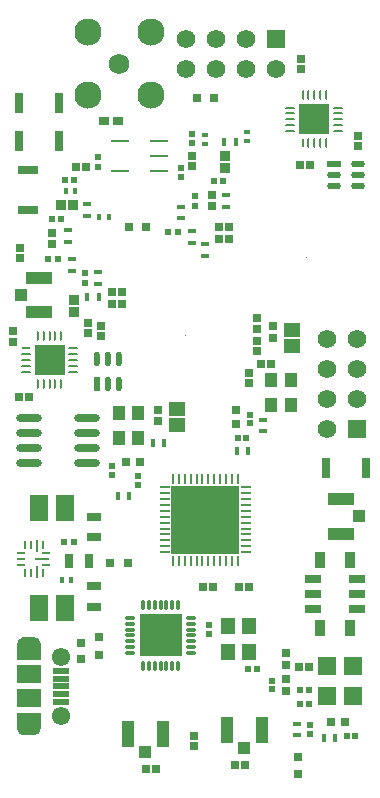
<source format=gts>
G04*
G04 #@! TF.GenerationSoftware,Altium Limited,Altium Designer,24.9.1 (31)*
G04*
G04 Layer_Color=8388736*
%FSLAX44Y44*%
%MOMM*%
G71*
G04*
G04 #@! TF.SameCoordinates,C615B3E7-4A0B-44CC-A6BC-150B9DE6E2D7*
G04*
G04*
G04 #@! TF.FilePolarity,Negative*
G04*
G01*
G75*
%ADD21R,0.8000X1.7000*%
%ADD23R,0.4000X0.5000*%
%ADD25R,0.5121X0.5811*%
%ADD28C,1.7300*%
%ADD29R,0.6725X0.7154*%
%ADD30R,0.8128X0.2540*%
%ADD31R,0.2540X0.8128*%
%ADD32R,1.7000X0.8000*%
%ADD34R,1.6000X1.5000*%
%ADD35R,2.6000X2.6000*%
G04:AMPARAMS|DCode=36|XSize=0.25mm|YSize=0.8mm|CornerRadius=0.125mm|HoleSize=0mm|Usage=FLASHONLY|Rotation=0.000|XOffset=0mm|YOffset=0mm|HoleType=Round|Shape=RoundedRectangle|*
%AMROUNDEDRECTD36*
21,1,0.2500,0.5500,0,0,0.0*
21,1,0.0000,0.8000,0,0,0.0*
1,1,0.2500,0.0000,-0.2750*
1,1,0.2500,0.0000,-0.2750*
1,1,0.2500,0.0000,0.2750*
1,1,0.2500,0.0000,0.2750*
%
%ADD36ROUNDEDRECTD36*%
G04:AMPARAMS|DCode=37|XSize=0.8mm|YSize=0.25mm|CornerRadius=0.125mm|HoleSize=0mm|Usage=FLASHONLY|Rotation=0.000|XOffset=0mm|YOffset=0mm|HoleType=Round|Shape=RoundedRectangle|*
%AMROUNDEDRECTD37*
21,1,0.8000,0.0000,0,0,0.0*
21,1,0.5500,0.2500,0,0,0.0*
1,1,0.2500,0.2750,0.0000*
1,1,0.2500,-0.2750,0.0000*
1,1,0.2500,-0.2750,0.0000*
1,1,0.2500,0.2750,0.0000*
%
%ADD37ROUNDEDRECTD37*%
%ADD38R,0.8000X0.2500*%
%ADD39R,0.6153X0.5725*%
%ADD40R,0.5393X0.4725*%
%ADD41R,0.4725X0.5393*%
%ADD42R,0.5200X0.5200*%
%ADD45R,0.5725X0.6153*%
%ADD47R,0.4100X0.6600*%
%ADD48R,0.5000X0.4000*%
%ADD49R,0.5200X0.5200*%
%ADD50R,1.4986X0.2032*%
%ADD51R,0.8000X0.8000*%
%ADD52R,1.1000X1.3000*%
%ADD54R,0.4500X0.6750*%
G04:AMPARAMS|DCode=55|XSize=1.2052mm|YSize=0.5298mm|CornerRadius=0.2649mm|HoleSize=0mm|Usage=FLASHONLY|Rotation=90.000|XOffset=0mm|YOffset=0mm|HoleType=Round|Shape=RoundedRectangle|*
%AMROUNDEDRECTD55*
21,1,1.2052,0.0000,0,0,90.0*
21,1,0.6754,0.5298,0,0,90.0*
1,1,0.5298,0.0000,0.3377*
1,1,0.5298,0.0000,-0.3377*
1,1,0.5298,0.0000,-0.3377*
1,1,0.5298,0.0000,0.3377*
%
%ADD55ROUNDEDRECTD55*%
%ADD56R,0.5298X1.2052*%
%ADD58R,1.3562X1.1544*%
%ADD61R,0.5811X0.5121*%
%ADD62R,0.6750X0.4500*%
%ADD63R,0.8000X0.8000*%
%ADD64R,0.6600X0.4100*%
G04:AMPARAMS|DCode=65|XSize=1.2052mm|YSize=0.5298mm|CornerRadius=0.2649mm|HoleSize=0mm|Usage=FLASHONLY|Rotation=0.000|XOffset=0mm|YOffset=0mm|HoleType=Round|Shape=RoundedRectangle|*
%AMROUNDEDRECTD65*
21,1,1.2052,0.0000,0,0,0.0*
21,1,0.6754,0.5298,0,0,0.0*
1,1,0.5298,0.3377,0.0000*
1,1,0.5298,-0.3377,0.0000*
1,1,0.5298,-0.3377,0.0000*
1,1,0.5298,0.3377,0.0000*
%
%ADD65ROUNDEDRECTD65*%
%ADD66R,1.2052X0.5298*%
%ADD67R,2.6000X2.6000*%
G04:AMPARAMS|DCode=68|XSize=0.25mm|YSize=0.8mm|CornerRadius=0.125mm|HoleSize=0mm|Usage=FLASHONLY|Rotation=90.000|XOffset=0mm|YOffset=0mm|HoleType=Round|Shape=RoundedRectangle|*
%AMROUNDEDRECTD68*
21,1,0.2500,0.5500,0,0,90.0*
21,1,0.0000,0.8000,0,0,90.0*
1,1,0.2500,0.2750,0.0000*
1,1,0.2500,0.2750,0.0000*
1,1,0.2500,-0.2750,0.0000*
1,1,0.2500,-0.2750,0.0000*
%
%ADD68ROUNDEDRECTD68*%
G04:AMPARAMS|DCode=69|XSize=0.8mm|YSize=0.25mm|CornerRadius=0.125mm|HoleSize=0mm|Usage=FLASHONLY|Rotation=90.000|XOffset=0mm|YOffset=0mm|HoleType=Round|Shape=RoundedRectangle|*
%AMROUNDEDRECTD69*
21,1,0.8000,0.0000,0,0,90.0*
21,1,0.5500,0.2500,0,0,90.0*
1,1,0.2500,0.0000,0.2750*
1,1,0.2500,0.0000,-0.2750*
1,1,0.2500,0.0000,-0.2750*
1,1,0.2500,0.0000,0.2750*
%
%ADD69ROUNDEDRECTD69*%
%ADD70R,0.2500X0.8000*%
%ADD71R,0.5153X0.4725*%
%ADD79R,1.5549X2.3062*%
G04:AMPARAMS|DCode=80|XSize=0.625mm|YSize=0.25mm|CornerRadius=0.05mm|HoleSize=0mm|Usage=FLASHONLY|Rotation=0.000|XOffset=0mm|YOffset=0mm|HoleType=Round|Shape=RoundedRectangle|*
%AMROUNDEDRECTD80*
21,1,0.6250,0.1500,0,0,0.0*
21,1,0.5250,0.2500,0,0,0.0*
1,1,0.1000,0.2625,-0.0750*
1,1,0.1000,-0.2625,-0.0750*
1,1,0.1000,-0.2625,0.0750*
1,1,0.1000,0.2625,0.0750*
%
%ADD80ROUNDEDRECTD80*%
G04:AMPARAMS|DCode=81|XSize=0.25mm|YSize=0.675mm|CornerRadius=0.05mm|HoleSize=0mm|Usage=FLASHONLY|Rotation=0.000|XOffset=0mm|YOffset=0mm|HoleType=Round|Shape=RoundedRectangle|*
%AMROUNDEDRECTD81*
21,1,0.2500,0.5750,0,0,0.0*
21,1,0.1500,0.6750,0,0,0.0*
1,1,0.1000,0.0750,-0.2875*
1,1,0.1000,-0.0750,-0.2875*
1,1,0.1000,-0.0750,0.2875*
1,1,0.1000,0.0750,0.2875*
%
%ADD81ROUNDEDRECTD81*%
G04:AMPARAMS|DCode=82|XSize=0.25mm|YSize=0.975mm|CornerRadius=0.05mm|HoleSize=0mm|Usage=FLASHONLY|Rotation=0.000|XOffset=0mm|YOffset=0mm|HoleType=Round|Shape=RoundedRectangle|*
%AMROUNDEDRECTD82*
21,1,0.2500,0.8750,0,0,0.0*
21,1,0.1500,0.9750,0,0,0.0*
1,1,0.1000,0.0750,-0.4375*
1,1,0.1000,-0.0750,-0.4375*
1,1,0.1000,-0.0750,0.4375*
1,1,0.1000,0.0750,0.4375*
%
%ADD82ROUNDEDRECTD82*%
G04:AMPARAMS|DCode=83|XSize=1.225mm|YSize=0.25mm|CornerRadius=0.05mm|HoleSize=0mm|Usage=FLASHONLY|Rotation=0.000|XOffset=0mm|YOffset=0mm|HoleType=Round|Shape=RoundedRectangle|*
%AMROUNDEDRECTD83*
21,1,1.2250,0.1500,0,0,0.0*
21,1,1.1250,0.2500,0,0,0.0*
1,1,0.1000,0.5625,-0.0750*
1,1,0.1000,-0.5625,-0.0750*
1,1,0.1000,-0.5625,0.0750*
1,1,0.1000,0.5625,0.0750*
%
%ADD83ROUNDEDRECTD83*%
%ADD84R,1.2000X1.4000*%
%ADD86R,0.7000X0.7000*%
%ADD87R,0.8500X0.6500*%
%ADD88C,0.6000*%
%ADD89R,0.0120X0.0120*%
%ADD90R,0.7500X0.7000*%
%ADD91R,0.6500X0.7000*%
%ADD92R,0.7500X0.8000*%
%ADD93R,0.7000X0.6500*%
%ADD94R,5.7404X5.7404*%
%ADD95O,2.1500X0.7000*%
%ADD96R,1.1500X0.7500*%
%ADD97R,0.8200X0.8600*%
%ADD98R,0.8600X0.8200*%
%ADD99R,0.7750X0.7000*%
%ADD100R,0.7000X0.7500*%
%ADD101R,0.7000X0.7750*%
%ADD102R,0.6500X0.6500*%
%ADD103O,0.3000X0.9500*%
%ADD104O,0.9500X0.3000*%
%ADD105R,3.6000X3.6000*%
%ADD106R,1.3500X0.7500*%
%ADD107R,0.9500X1.3500*%
%ADD108R,2.0000X1.6000*%
%ADD109R,1.4500X0.5000*%
%ADD110R,0.7500X1.1500*%
%ADD111R,1.0500X1.0000*%
%ADD112R,2.2000X1.0500*%
%ADD113R,1.0000X1.0500*%
%ADD114R,1.0500X2.2000*%
%ADD115C,2.3000*%
%ADD116C,1.5700*%
%ADD117R,1.5700X1.5700*%
%ADD118R,1.5700X1.5700*%
%ADD119C,1.5500*%
%ADD120C,0.5064*%
G36*
X26098Y147493D02*
X26192Y147464D01*
X26279Y147418D01*
X26355Y147355D01*
X26418Y147279D01*
X26464Y147192D01*
X26493Y147098D01*
X26502Y147000D01*
Y147000D01*
D01*
Y142502D01*
X31000D01*
X31098Y142493D01*
X31192Y142464D01*
X31279Y142418D01*
X31355Y142355D01*
X31418Y142279D01*
X31464Y142192D01*
X31493Y142098D01*
X31502Y142000D01*
Y129000D01*
X31493Y128902D01*
X31464Y128808D01*
X31418Y128721D01*
X31355Y128645D01*
X31279Y128582D01*
X31192Y128536D01*
X31098Y128507D01*
X31000Y128498D01*
X12000D01*
X11902Y128507D01*
X11808Y128536D01*
X11721Y128582D01*
X11645Y128645D01*
X11582Y128721D01*
X11536Y128808D01*
X11507Y128902D01*
X11498Y129000D01*
Y142000D01*
X11507Y142098D01*
X11536Y142192D01*
X11582Y142279D01*
X11645Y142355D01*
X11721Y142418D01*
X11808Y142464D01*
X11902Y142493D01*
X12000Y142502D01*
X16497D01*
Y147000D01*
X16507Y147098D01*
X16536Y147192D01*
X16582Y147279D01*
X16644Y147355D01*
X16721Y147417D01*
X16808Y147464D01*
X16902Y147493D01*
X17000Y147502D01*
X26000Y147502D01*
X26000D01*
D01*
X26098Y147493D01*
D02*
G37*
G36*
X31098Y83493D02*
X31192Y83464D01*
X31279Y83418D01*
X31355Y83355D01*
X31418Y83279D01*
X31464Y83192D01*
X31493Y83098D01*
X31502Y83000D01*
Y70000D01*
X31493Y69902D01*
X31464Y69808D01*
X31418Y69721D01*
X31355Y69645D01*
X31279Y69582D01*
X31192Y69536D01*
X31098Y69507D01*
X31000Y69497D01*
X26503D01*
Y65000D01*
X26493Y64902D01*
X26464Y64808D01*
X26418Y64721D01*
X26356Y64645D01*
X26279Y64582D01*
X26193Y64536D01*
X26098Y64507D01*
X26000Y64498D01*
X17000Y64497D01*
X17000D01*
D01*
X16902Y64507D01*
X16808Y64536D01*
X16721Y64582D01*
X16645Y64645D01*
X16582Y64721D01*
X16536Y64808D01*
X16507Y64902D01*
X16498Y65000D01*
Y65000D01*
D01*
Y69497D01*
X12000D01*
X11902Y69507D01*
X11808Y69536D01*
X11721Y69582D01*
X11645Y69645D01*
X11582Y69721D01*
X11536Y69808D01*
X11507Y69902D01*
X11498Y70000D01*
Y83000D01*
X11507Y83098D01*
X11536Y83192D01*
X11582Y83279D01*
X11645Y83355D01*
X11721Y83418D01*
X11808Y83464D01*
X11902Y83493D01*
X12000Y83502D01*
X31000D01*
X31098Y83493D01*
D02*
G37*
D21*
X307000Y291000D02*
D03*
X273000D02*
D03*
X13000Y600000D02*
D03*
X47000D02*
D03*
X13134Y568000D02*
D03*
X47134D02*
D03*
D23*
X49432Y195870D02*
D03*
X57432D02*
D03*
X53000Y525000D02*
D03*
X61000D02*
D03*
X89000Y503000D02*
D03*
X81000D02*
D03*
D25*
X227000Y110655D02*
D03*
Y103345D02*
D03*
X114000Y276345D02*
D03*
Y283655D02*
D03*
X91608Y284970D02*
D03*
Y292280D02*
D03*
X208509Y328663D02*
D03*
Y335973D02*
D03*
X259225Y65728D02*
D03*
Y73038D02*
D03*
D28*
X98000Y633000D02*
D03*
D29*
X228132Y410751D02*
D03*
Y401180D02*
D03*
X131000Y339814D02*
D03*
Y330243D02*
D03*
X176667Y522283D02*
D03*
Y512712D02*
D03*
X41000Y489786D02*
D03*
Y480214D02*
D03*
D30*
X136456Y274500D02*
D03*
Y269500D02*
D03*
Y264500D02*
D03*
Y259500D02*
D03*
Y254500D02*
D03*
Y249500D02*
D03*
Y244500D02*
D03*
Y239500D02*
D03*
Y234500D02*
D03*
Y229500D02*
D03*
Y224500D02*
D03*
Y219500D02*
D03*
X205544D02*
D03*
Y224500D02*
D03*
Y229500D02*
D03*
Y234500D02*
D03*
Y239500D02*
D03*
Y244500D02*
D03*
Y249500D02*
D03*
Y254500D02*
D03*
Y259500D02*
D03*
Y264500D02*
D03*
Y269500D02*
D03*
Y274500D02*
D03*
D31*
X143500Y212456D02*
D03*
X148500D02*
D03*
X153500D02*
D03*
X158500D02*
D03*
X163500D02*
D03*
X168500D02*
D03*
X173500D02*
D03*
X178500D02*
D03*
X183500D02*
D03*
X188500D02*
D03*
X193500D02*
D03*
X198500D02*
D03*
Y281544D02*
D03*
X193500D02*
D03*
X188500D02*
D03*
X183500D02*
D03*
X178500D02*
D03*
X173500D02*
D03*
X168500D02*
D03*
X163500D02*
D03*
X158500D02*
D03*
X153500D02*
D03*
X148500D02*
D03*
X143500D02*
D03*
D32*
X21000Y509000D02*
D03*
Y543000D02*
D03*
D34*
X296141Y97500D02*
D03*
Y122900D02*
D03*
X274141D02*
D03*
Y97500D02*
D03*
D35*
X39000Y382000D02*
D03*
D36*
X29000Y402250D02*
D03*
X34000D02*
D03*
X39000D02*
D03*
X44000D02*
D03*
X49000D02*
D03*
Y361750D02*
D03*
X44000D02*
D03*
X39000D02*
D03*
X34000D02*
D03*
X29000D02*
D03*
D37*
X59250Y392000D02*
D03*
Y387000D02*
D03*
Y382000D02*
D03*
Y377000D02*
D03*
Y372000D02*
D03*
X18750D02*
D03*
Y377000D02*
D03*
Y382000D02*
D03*
Y387000D02*
D03*
D38*
Y392000D02*
D03*
D39*
X139214Y491000D02*
D03*
X147786D02*
D03*
X37714Y468000D02*
D03*
X46286D02*
D03*
D40*
X214666Y121000D02*
D03*
X207334D02*
D03*
D41*
X174000Y157666D02*
D03*
Y150334D02*
D03*
D42*
X51500Y228000D02*
D03*
X59500D02*
D03*
X52000Y535000D02*
D03*
X60000D02*
D03*
D45*
X69000Y447714D02*
D03*
Y456286D02*
D03*
X162495Y521331D02*
D03*
Y512760D02*
D03*
D47*
X186409Y566900D02*
D03*
X196509D02*
D03*
X70450Y436000D02*
D03*
X80550D02*
D03*
D48*
X205843Y575689D02*
D03*
Y567690D02*
D03*
X170514Y573159D02*
D03*
Y565160D02*
D03*
D49*
X150000Y545000D02*
D03*
Y537000D02*
D03*
X80000Y554000D02*
D03*
Y546000D02*
D03*
X160006Y565597D02*
D03*
Y573597D02*
D03*
D50*
X131637Y567890D02*
D03*
Y555190D02*
D03*
Y542490D02*
D03*
X98363D02*
D03*
Y567890D02*
D03*
D51*
X106031Y495061D02*
D03*
X121031D02*
D03*
X178500Y604000D02*
D03*
X163500D02*
D03*
X90500Y210000D02*
D03*
X105500D02*
D03*
D52*
X97750Y316500D02*
D03*
Y337500D02*
D03*
X114250D02*
D03*
Y316500D02*
D03*
X226750Y344500D02*
D03*
Y365500D02*
D03*
X243250D02*
D03*
Y344500D02*
D03*
D54*
X97006Y267457D02*
D03*
X106256D02*
D03*
X135625Y312000D02*
D03*
X126375D02*
D03*
X207375Y305000D02*
D03*
X198125D02*
D03*
X271516Y62500D02*
D03*
X280766D02*
D03*
D55*
X79164Y383351D02*
D03*
X88664D02*
D03*
X98164D02*
D03*
Y362341D02*
D03*
X88664D02*
D03*
D56*
X79164D02*
D03*
D58*
X146951Y327283D02*
D03*
Y340800D02*
D03*
X244559Y394474D02*
D03*
Y407992D02*
D03*
D61*
X205655Y316000D02*
D03*
X198345D02*
D03*
X251485Y102500D02*
D03*
X258796D02*
D03*
X251345Y91000D02*
D03*
X258655D02*
D03*
X297796Y63500D02*
D03*
X290485D02*
D03*
D62*
X219642Y322318D02*
D03*
Y331568D02*
D03*
X248340Y64909D02*
D03*
Y74159D02*
D03*
D63*
X249000Y46500D02*
D03*
Y31500D02*
D03*
X81000Y132500D02*
D03*
Y147500D02*
D03*
D64*
X58000Y468050D02*
D03*
Y457950D02*
D03*
X80000Y457100D02*
D03*
Y447000D02*
D03*
X55000Y492050D02*
D03*
Y481950D02*
D03*
X71000Y514050D02*
D03*
Y503950D02*
D03*
X171000Y469950D02*
D03*
Y480050D02*
D03*
X149995Y512200D02*
D03*
Y502100D02*
D03*
X160000Y491050D02*
D03*
Y480950D02*
D03*
X188705Y522153D02*
D03*
Y512053D02*
D03*
D65*
X300505Y548500D02*
D03*
Y539000D02*
D03*
Y529500D02*
D03*
X279495D02*
D03*
Y539000D02*
D03*
D66*
Y548500D02*
D03*
D67*
X263250Y586000D02*
D03*
D68*
X243000Y576000D02*
D03*
Y581000D02*
D03*
Y586000D02*
D03*
Y591000D02*
D03*
Y596000D02*
D03*
X283500D02*
D03*
Y591000D02*
D03*
Y586000D02*
D03*
Y581000D02*
D03*
Y576000D02*
D03*
D69*
X253250Y606250D02*
D03*
X258250D02*
D03*
X263250D02*
D03*
X268250D02*
D03*
X273250D02*
D03*
Y565750D02*
D03*
X268250D02*
D03*
X263250D02*
D03*
X258250D02*
D03*
D70*
X253250D02*
D03*
D71*
X41253Y502000D02*
D03*
X48824D02*
D03*
X178539Y534000D02*
D03*
X186110D02*
D03*
D79*
X29743Y257000D02*
D03*
X52256D02*
D03*
Y172000D02*
D03*
X29743D02*
D03*
D80*
X15205Y218750D02*
D03*
Y213750D02*
D03*
Y208750D02*
D03*
X35955D02*
D03*
Y218750D02*
D03*
D81*
X18080Y201625D02*
D03*
X23080D02*
D03*
X33080D02*
D03*
Y225875D02*
D03*
X23080D02*
D03*
X18080D02*
D03*
D82*
X28080Y203125D02*
D03*
Y224375D02*
D03*
D83*
X32955Y213750D02*
D03*
D84*
X207500Y157000D02*
D03*
Y135000D02*
D03*
X190500D02*
D03*
Y157000D02*
D03*
D86*
X66000Y143000D02*
D03*
Y129000D02*
D03*
D87*
X84750Y585000D02*
D03*
X97250D02*
D03*
D88*
X28500Y70000D02*
G03*
X28500Y70000I-2500J0D01*
G01*
X19500D02*
G03*
X19500Y70000I-2500J0D01*
G01*
X28500Y142000D02*
G03*
X28500Y142000I-2500J0D01*
G01*
X19500D02*
G03*
X19500Y142000I-2500J0D01*
G01*
D89*
X256750Y468498D02*
D03*
X154750Y402497D02*
D03*
D90*
X208250Y190000D02*
D03*
X199750D02*
D03*
X250181Y122658D02*
D03*
X258681D02*
D03*
X13275Y350650D02*
D03*
X21774D02*
D03*
X168750Y190000D02*
D03*
X177250D02*
D03*
D91*
X72000Y404750D02*
D03*
Y413250D02*
D03*
X14000Y468750D02*
D03*
Y477250D02*
D03*
X160000Y555250D02*
D03*
Y546750D02*
D03*
X252000Y628750D02*
D03*
Y637250D02*
D03*
X300000Y563750D02*
D03*
Y572250D02*
D03*
X161000Y64250D02*
D03*
Y55750D02*
D03*
D92*
X239000Y124250D02*
D03*
Y133750D02*
D03*
Y102250D02*
D03*
Y111750D02*
D03*
D93*
X195750Y39000D02*
D03*
X204250D02*
D03*
X191250Y495000D02*
D03*
X182750D02*
D03*
X250750Y547000D02*
D03*
X259250D02*
D03*
X226250Y379000D02*
D03*
X217750D02*
D03*
X191250Y485000D02*
D03*
X182750D02*
D03*
X61235Y545241D02*
D03*
X69735D02*
D03*
X100000Y439750D02*
D03*
X91500D02*
D03*
X100000Y429750D02*
D03*
X91500D02*
D03*
X120750Y36000D02*
D03*
X129250D02*
D03*
D94*
X171000Y247000D02*
D03*
D95*
X22000Y333100D02*
D03*
Y320400D02*
D03*
Y307700D02*
D03*
Y295000D02*
D03*
X70500Y333100D02*
D03*
Y320400D02*
D03*
Y307700D02*
D03*
Y295000D02*
D03*
D96*
X77000Y232000D02*
D03*
Y249000D02*
D03*
Y190500D02*
D03*
Y173500D02*
D03*
D97*
X60000Y432900D02*
D03*
Y423100D02*
D03*
X187459Y545000D02*
D03*
Y554800D02*
D03*
D98*
X48838Y513610D02*
D03*
X58638D02*
D03*
D99*
X116000Y296000D02*
D03*
X104000D02*
D03*
X289141Y75500D02*
D03*
X277141D02*
D03*
D100*
X208174Y371659D02*
D03*
Y363159D02*
D03*
X82663Y402750D02*
D03*
Y411250D02*
D03*
D101*
X197065Y328088D02*
D03*
Y340088D02*
D03*
D102*
X215000Y389500D02*
D03*
Y398500D02*
D03*
X215047Y417827D02*
D03*
Y408827D02*
D03*
X8000Y397500D02*
D03*
Y406500D02*
D03*
D103*
X118000Y123250D02*
D03*
X123000D02*
D03*
X128000D02*
D03*
X133000D02*
D03*
X138000D02*
D03*
X143000D02*
D03*
X148000D02*
D03*
Y174750D02*
D03*
X143000D02*
D03*
X138000D02*
D03*
X133000D02*
D03*
X128000D02*
D03*
X123000D02*
D03*
X118000D02*
D03*
D104*
X158750Y134000D02*
D03*
Y139000D02*
D03*
Y144000D02*
D03*
Y149000D02*
D03*
Y154000D02*
D03*
Y159000D02*
D03*
Y164000D02*
D03*
X107250D02*
D03*
Y159000D02*
D03*
Y154000D02*
D03*
Y149000D02*
D03*
Y144000D02*
D03*
Y139000D02*
D03*
Y134000D02*
D03*
D105*
X133000Y149000D02*
D03*
D106*
X299350Y171700D02*
D03*
Y184400D02*
D03*
X261850D02*
D03*
Y197100D02*
D03*
X299350D02*
D03*
X261850Y171700D02*
D03*
D107*
X293300Y155650D02*
D03*
X267900Y213150D02*
D03*
Y155650D02*
D03*
X293300Y213150D02*
D03*
D108*
X21500Y96000D02*
D03*
Y116000D02*
D03*
D109*
X48500Y93000D02*
D03*
Y99500D02*
D03*
Y106000D02*
D03*
Y112500D02*
D03*
Y119000D02*
D03*
D110*
X72500Y212000D02*
D03*
X55500D02*
D03*
D111*
X14750Y437250D02*
D03*
X301250Y250000D02*
D03*
D112*
X30000Y452000D02*
D03*
Y422500D02*
D03*
X286000Y235250D02*
D03*
Y264750D02*
D03*
D113*
X204000Y53750D02*
D03*
X120000Y50750D02*
D03*
D114*
X189250Y69000D02*
D03*
X218750D02*
D03*
X105250Y66000D02*
D03*
X134750D02*
D03*
D115*
X124650Y606350D02*
D03*
X71350D02*
D03*
X124650Y659650D02*
D03*
X71350D02*
D03*
D116*
X274300Y400100D02*
D03*
X299700D02*
D03*
X274300Y374700D02*
D03*
X299700D02*
D03*
X274300Y349300D02*
D03*
X299700D02*
D03*
X274300Y323900D02*
D03*
X154900Y628300D02*
D03*
Y653700D02*
D03*
X180300Y628300D02*
D03*
Y653700D02*
D03*
X205700Y628300D02*
D03*
Y653700D02*
D03*
X231100Y628300D02*
D03*
D117*
X299700Y323900D02*
D03*
D118*
X231100Y653700D02*
D03*
D119*
X48500Y131000D02*
D03*
Y81000D02*
D03*
D120*
X122000Y138000D02*
D03*
Y149000D02*
D03*
Y160000D02*
D03*
X133000Y138000D02*
D03*
Y149000D02*
D03*
Y160000D02*
D03*
X144000Y138000D02*
D03*
Y149000D02*
D03*
Y160000D02*
D03*
M02*

</source>
